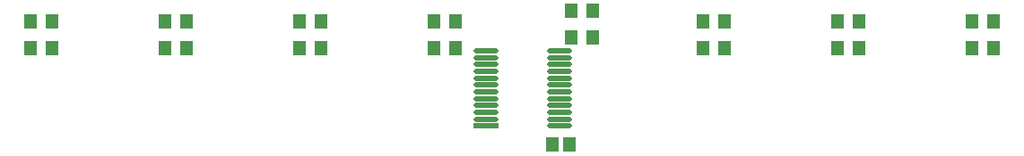
<source format=gbr>
%TF.GenerationSoftware,Altium Limited,Altium Designer,23.10.1 (27)*%
G04 Layer_Color=128*
%FSLAX45Y45*%
%MOMM*%
%TF.SameCoordinates,A038C99E-A49E-49FA-BA90-4B12FE75E0D5*%
%TF.FilePolarity,Positive*%
%TF.FileFunction,Paste,Bot*%
%TF.Part,Single*%
G01*
G75*
%TA.AperFunction,SMDPad,CuDef*%
%ADD11R,1.30464X1.45620*%
%ADD22R,2.35283X0.49493*%
G04:AMPARAMS|DCode=23|XSize=2.35283mm|YSize=0.49493mm|CornerRadius=0.24746mm|HoleSize=0mm|Usage=FLASHONLY|Rotation=0.000|XOffset=0mm|YOffset=0mm|HoleType=Round|Shape=RoundedRectangle|*
%AMROUNDEDRECTD23*
21,1,2.35283,0.00000,0,0,0.0*
21,1,1.85790,0.49493,0,0,0.0*
1,1,0.49493,0.92895,0.00000*
1,1,0.49493,-0.92895,0.00000*
1,1,0.49493,-0.92895,0.00000*
1,1,0.49493,0.92895,0.00000*
%
%ADD23ROUNDEDRECTD23*%
%ADD24R,1.20000X1.45000*%
D11*
X9910378Y9652000D02*
D03*
X9749222D02*
D03*
D22*
X9126686Y9827900D02*
D03*
D23*
Y9892900D02*
D03*
Y9957900D02*
D03*
Y10022900D02*
D03*
Y10087900D02*
D03*
Y10152900D02*
D03*
Y10217900D02*
D03*
Y10282900D02*
D03*
Y10347900D02*
D03*
Y10412900D02*
D03*
Y10477900D02*
D03*
Y10542900D02*
D03*
X9821714D02*
D03*
Y10477900D02*
D03*
Y10412900D02*
D03*
Y10347900D02*
D03*
Y10282900D02*
D03*
Y10217900D02*
D03*
Y10152900D02*
D03*
Y10087900D02*
D03*
Y10022900D02*
D03*
Y9957900D02*
D03*
Y9892900D02*
D03*
Y9827900D02*
D03*
D24*
X5027600Y10820400D02*
D03*
X4827600D02*
D03*
X5027600Y10566400D02*
D03*
X4827600D02*
D03*
X10133000Y10668000D02*
D03*
X9933000D02*
D03*
X7567600Y10820400D02*
D03*
X7367600D02*
D03*
X6297600D02*
D03*
X6097600D02*
D03*
X8837600Y10566400D02*
D03*
X8637600D02*
D03*
X7567600D02*
D03*
X7367600D02*
D03*
X6297600D02*
D03*
X6097600D02*
D03*
X11379200D02*
D03*
X11179200D02*
D03*
X12647600D02*
D03*
X12447600D02*
D03*
X13917599D02*
D03*
X13717599D02*
D03*
X13917599Y10820400D02*
D03*
X13717599D02*
D03*
X10133000Y10922000D02*
D03*
X9933000D02*
D03*
X8837600Y10820400D02*
D03*
X8637600D02*
D03*
X11377600D02*
D03*
X11177600D02*
D03*
X12649200D02*
D03*
X12449200D02*
D03*
%TF.MD5,0659f58766922b950be9192c065bd140*%
M02*

</source>
